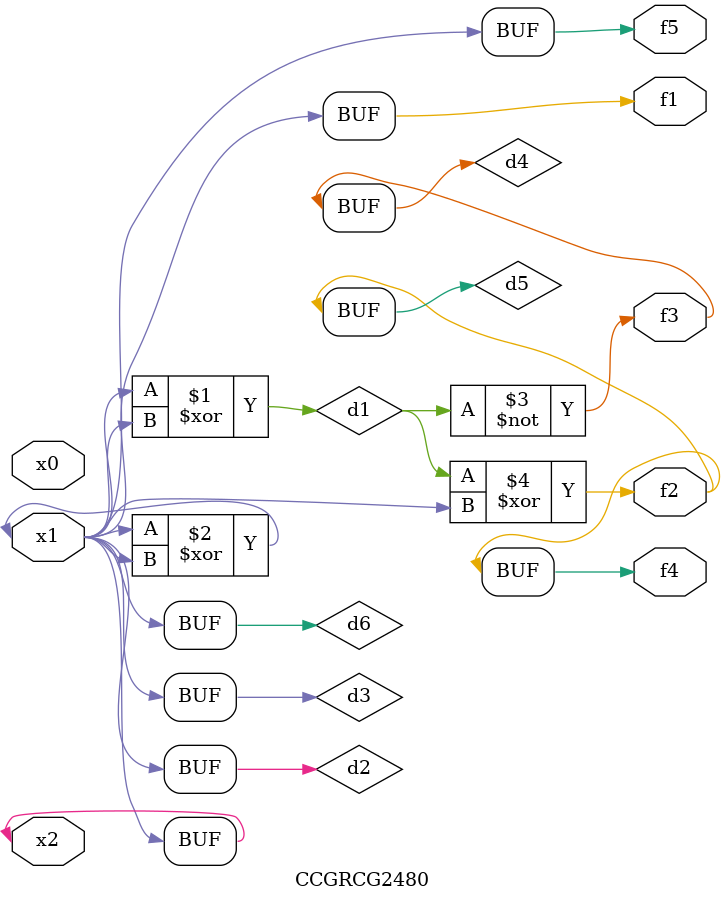
<source format=v>
module CCGRCG2480(
	input x0, x1, x2,
	output f1, f2, f3, f4, f5
);

	wire d1, d2, d3, d4, d5, d6;

	xor (d1, x1, x2);
	buf (d2, x1, x2);
	xor (d3, x1, x2);
	nor (d4, d1);
	xor (d5, d1, d2);
	buf (d6, d2, d3);
	assign f1 = d6;
	assign f2 = d5;
	assign f3 = d4;
	assign f4 = d5;
	assign f5 = d6;
endmodule

</source>
